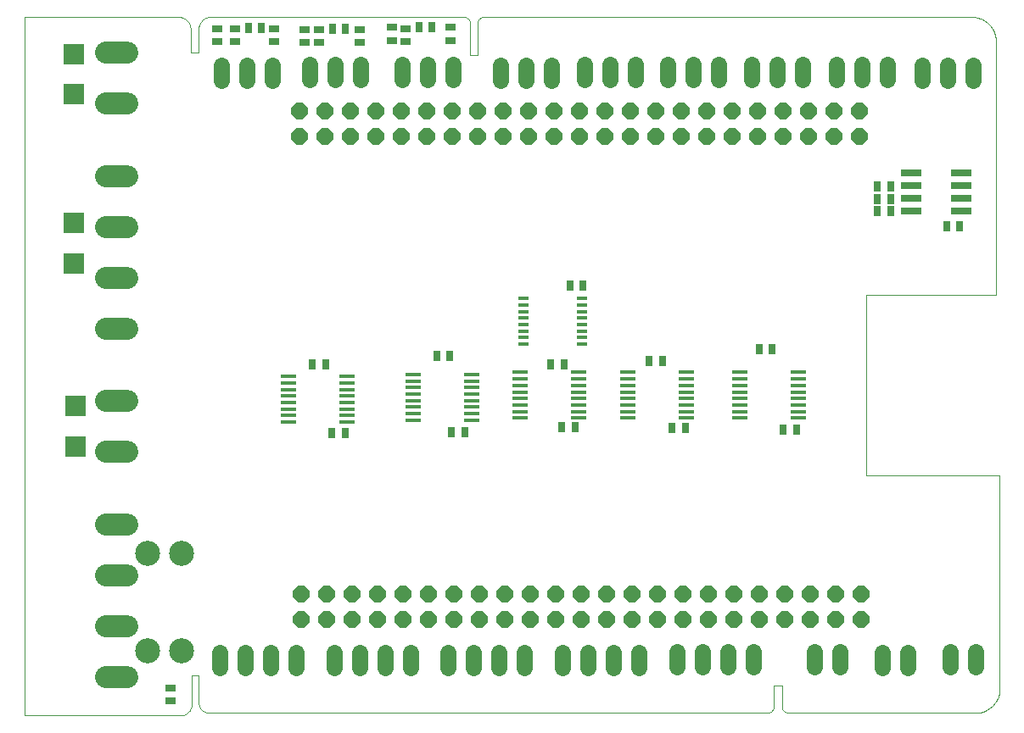
<source format=gbs>
G75*
G70*
%OFA0B0*%
%FSLAX24Y24*%
%IPPOS*%
%LPD*%
%AMOC8*
5,1,8,0,0,1.08239X$1,22.5*
%
%ADD10C,0.0000*%
%ADD11OC8,0.0640*%
%ADD12R,0.0620X0.0180*%
%ADD13R,0.0430X0.0160*%
%ADD14R,0.0394X0.0316*%
%ADD15R,0.0316X0.0394*%
%ADD16C,0.0640*%
%ADD17C,0.0865*%
%ADD18R,0.0827X0.0827*%
%ADD19R,0.0820X0.0250*%
%ADD20C,0.0985*%
D10*
X000474Y003346D02*
X006615Y003346D01*
X006616Y003346D02*
X006657Y003350D01*
X006699Y003358D01*
X006739Y003369D01*
X006778Y003384D01*
X006815Y003403D01*
X006851Y003425D01*
X006884Y003450D01*
X006915Y003478D01*
X006944Y003509D01*
X006969Y003542D01*
X006991Y003577D01*
X007010Y003615D01*
X007025Y003654D01*
X007037Y003694D01*
X007044Y003735D01*
X007048Y003777D01*
X007049Y003819D01*
X007049Y004921D01*
X007324Y004921D01*
X007324Y003858D01*
X007323Y003821D01*
X007327Y003784D01*
X007334Y003748D01*
X007344Y003713D01*
X007358Y003679D01*
X007376Y003646D01*
X007396Y003616D01*
X007419Y003587D01*
X007445Y003561D01*
X007474Y003538D01*
X007504Y003517D01*
X007536Y003500D01*
X007570Y003485D01*
X007606Y003475D01*
X007642Y003467D01*
X007678Y003464D01*
X029686Y003464D01*
X029714Y003466D01*
X029742Y003471D01*
X029770Y003479D01*
X029796Y003491D01*
X029820Y003506D01*
X029842Y003523D01*
X029863Y003544D01*
X029880Y003566D01*
X029895Y003590D01*
X029907Y003616D01*
X029915Y003644D01*
X029920Y003672D01*
X029922Y003700D01*
X029923Y003700D02*
X029923Y004527D01*
X030237Y004527D01*
X030237Y003700D01*
X030238Y003700D02*
X030240Y003672D01*
X030245Y003644D01*
X030253Y003616D01*
X030265Y003590D01*
X030280Y003566D01*
X030297Y003544D01*
X030318Y003523D01*
X030340Y003506D01*
X030364Y003491D01*
X030390Y003479D01*
X030418Y003471D01*
X030446Y003466D01*
X030474Y003464D01*
X037993Y003464D01*
X037994Y003464D02*
X038052Y003475D01*
X038109Y003489D01*
X038165Y003506D01*
X038219Y003528D01*
X038273Y003552D01*
X038325Y003580D01*
X038374Y003611D01*
X038422Y003645D01*
X038468Y003682D01*
X038511Y003722D01*
X038552Y003764D01*
X038589Y003809D01*
X038624Y003856D01*
X038656Y003906D01*
X038685Y003957D01*
X038711Y004010D01*
X038733Y004064D01*
X038751Y004120D01*
X038767Y004177D01*
X038778Y004234D01*
X038786Y004292D01*
X038790Y004351D01*
X038791Y004410D01*
X038788Y004468D01*
X038781Y004527D01*
X038781Y012795D01*
X033545Y012795D01*
X033545Y019882D01*
X038663Y019882D01*
X038643Y029882D01*
X038640Y029942D01*
X038633Y030002D01*
X038622Y030062D01*
X038608Y030121D01*
X038589Y030179D01*
X038568Y030235D01*
X038543Y030291D01*
X038514Y030344D01*
X038482Y030396D01*
X038447Y030445D01*
X038409Y030492D01*
X038368Y030537D01*
X038324Y030579D01*
X038278Y030618D01*
X038229Y030654D01*
X038178Y030687D01*
X038126Y030717D01*
X038071Y030743D01*
X038015Y030766D01*
X037957Y030786D01*
X037899Y030801D01*
X037839Y030813D01*
X037779Y030822D01*
X037719Y030826D01*
X037658Y030827D01*
X037659Y030826D02*
X018545Y030826D01*
X018545Y030827D02*
X018514Y030825D01*
X018484Y030820D01*
X018454Y030812D01*
X018425Y030800D01*
X018398Y030785D01*
X018373Y030767D01*
X018350Y030746D01*
X018329Y030723D01*
X018311Y030698D01*
X018296Y030671D01*
X018284Y030642D01*
X018276Y030612D01*
X018271Y030582D01*
X018269Y030551D01*
X018269Y029330D01*
X017993Y029330D01*
X017993Y030551D01*
X017994Y030551D02*
X017992Y030582D01*
X017987Y030612D01*
X017979Y030642D01*
X017967Y030671D01*
X017952Y030698D01*
X017934Y030723D01*
X017913Y030746D01*
X017890Y030767D01*
X017865Y030785D01*
X017838Y030800D01*
X017809Y030812D01*
X017779Y030820D01*
X017749Y030825D01*
X017718Y030827D01*
X017718Y030826D02*
X007797Y030826D01*
X007756Y030824D01*
X007715Y030819D01*
X007675Y030810D01*
X007636Y030798D01*
X007598Y030782D01*
X007561Y030763D01*
X007526Y030741D01*
X007494Y030716D01*
X007463Y030688D01*
X007435Y030657D01*
X007410Y030625D01*
X007388Y030590D01*
X007369Y030553D01*
X007353Y030515D01*
X007341Y030476D01*
X007332Y030436D01*
X007327Y030395D01*
X007325Y030354D01*
X007324Y030354D02*
X007324Y029409D01*
X007009Y029409D01*
X007009Y030354D01*
X007010Y030354D02*
X007006Y030397D01*
X006999Y030439D01*
X006988Y030481D01*
X006973Y030521D01*
X006955Y030560D01*
X006934Y030597D01*
X006909Y030633D01*
X006882Y030666D01*
X006851Y030696D01*
X006819Y030724D01*
X006783Y030749D01*
X006746Y030770D01*
X006707Y030789D01*
X006667Y030804D01*
X006625Y030815D01*
X006583Y030823D01*
X006540Y030826D01*
X006497Y030827D01*
X006497Y030826D02*
X000474Y030826D01*
X000474Y003346D01*
D11*
X011340Y007137D03*
X012340Y007137D03*
X013340Y007137D03*
X014340Y007137D03*
X015340Y007137D03*
X016340Y007137D03*
X017340Y007137D03*
X018340Y007137D03*
X019340Y007137D03*
X020340Y007137D03*
X021340Y007137D03*
X022340Y007137D03*
X023340Y007137D03*
X024340Y007137D03*
X025340Y007137D03*
X026340Y007137D03*
X027340Y007137D03*
X028340Y007137D03*
X029340Y007137D03*
X030340Y007137D03*
X031340Y007137D03*
X032340Y007137D03*
X033340Y007137D03*
X033340Y008137D03*
X032340Y008137D03*
X031340Y008137D03*
X030340Y008137D03*
X029340Y008137D03*
X028340Y008137D03*
X027340Y008137D03*
X026340Y008137D03*
X025340Y008137D03*
X024340Y008137D03*
X023340Y008137D03*
X022340Y008137D03*
X021340Y008137D03*
X020340Y008137D03*
X019340Y008137D03*
X018340Y008137D03*
X017340Y008137D03*
X016340Y008137D03*
X015340Y008137D03*
X014340Y008137D03*
X013340Y008137D03*
X012340Y008137D03*
X011340Y008137D03*
X011277Y026130D03*
X012277Y026130D03*
X013277Y026130D03*
X013277Y027130D03*
X012277Y027130D03*
X011277Y027130D03*
X014277Y027130D03*
X015277Y027130D03*
X016277Y027130D03*
X017277Y027130D03*
X018277Y027130D03*
X019277Y027130D03*
X020277Y027130D03*
X021277Y027130D03*
X022277Y027130D03*
X023277Y027130D03*
X024277Y027130D03*
X025277Y027130D03*
X026277Y027130D03*
X027277Y027130D03*
X028277Y027130D03*
X029277Y027130D03*
X030277Y027130D03*
X031277Y027130D03*
X032277Y027130D03*
X033277Y027130D03*
X033277Y026130D03*
X032277Y026130D03*
X031277Y026130D03*
X030277Y026130D03*
X029277Y026130D03*
X028277Y026130D03*
X027277Y026130D03*
X026277Y026130D03*
X025277Y026130D03*
X024277Y026130D03*
X023277Y026130D03*
X022277Y026130D03*
X021277Y026130D03*
X020277Y026130D03*
X019277Y026130D03*
X018277Y026130D03*
X017277Y026130D03*
X016277Y026130D03*
X015277Y026130D03*
X014277Y026130D03*
D12*
X015741Y016766D03*
X015741Y016506D03*
X015741Y016246D03*
X015741Y015996D03*
X015741Y015736D03*
X015741Y015486D03*
X015741Y015226D03*
X015741Y014966D03*
X018041Y014966D03*
X018041Y015226D03*
X018041Y015486D03*
X018041Y015736D03*
X018041Y015996D03*
X018041Y016246D03*
X018041Y016506D03*
X018041Y016766D03*
X019954Y016845D03*
X019954Y016585D03*
X019954Y016325D03*
X019954Y016075D03*
X019954Y015815D03*
X019954Y015565D03*
X019954Y015305D03*
X019954Y015045D03*
X022254Y015045D03*
X022254Y015305D03*
X022254Y015565D03*
X022254Y015815D03*
X022254Y016075D03*
X022254Y016325D03*
X022254Y016585D03*
X022254Y016845D03*
X024166Y016845D03*
X024166Y016585D03*
X024166Y016325D03*
X024166Y016075D03*
X024166Y015815D03*
X024166Y015565D03*
X024166Y015305D03*
X024166Y015045D03*
X026466Y015045D03*
X026466Y015305D03*
X026466Y015565D03*
X026466Y015815D03*
X026466Y016075D03*
X026466Y016325D03*
X026466Y016585D03*
X026466Y016845D03*
X028576Y016845D03*
X028576Y016585D03*
X028576Y016325D03*
X028576Y016075D03*
X028576Y015815D03*
X028576Y015565D03*
X028576Y015305D03*
X028576Y015045D03*
X030876Y015045D03*
X030876Y015305D03*
X030876Y015565D03*
X030876Y015815D03*
X030876Y016075D03*
X030876Y016325D03*
X030876Y016585D03*
X030876Y016845D03*
X013159Y016687D03*
X013159Y016427D03*
X013159Y016167D03*
X013159Y015917D03*
X013159Y015657D03*
X013159Y015407D03*
X013159Y015147D03*
X013159Y014887D03*
X010859Y014887D03*
X010859Y015147D03*
X010859Y015407D03*
X010859Y015657D03*
X010859Y015917D03*
X010859Y016167D03*
X010859Y016427D03*
X010859Y016687D03*
D13*
X020073Y017962D03*
X020073Y018218D03*
X020073Y018474D03*
X020073Y018730D03*
X020073Y018986D03*
X020073Y019242D03*
X020073Y019498D03*
X020073Y019754D03*
X022370Y019754D03*
X022370Y019498D03*
X022370Y019242D03*
X022370Y018986D03*
X022370Y018730D03*
X022370Y018474D03*
X022370Y018218D03*
X022370Y017962D03*
D14*
X017206Y029901D03*
X017206Y030413D03*
X015434Y030374D03*
X015434Y029862D03*
X014923Y029901D03*
X014923Y030413D03*
X013663Y030334D03*
X013663Y029823D03*
X012049Y029823D03*
X012049Y030334D03*
X011497Y030334D03*
X011497Y029823D03*
X010277Y029862D03*
X010277Y030374D03*
X008741Y030374D03*
X008741Y029862D03*
X008033Y029862D03*
X008033Y030374D03*
X006202Y004429D03*
X006202Y003917D03*
D15*
X012564Y014460D03*
X013076Y014460D03*
X012304Y017165D03*
X011793Y017165D03*
X016674Y017480D03*
X017186Y017480D03*
X017265Y014488D03*
X017777Y014488D03*
X021163Y017165D03*
X021674Y017165D03*
X021596Y014704D03*
X022108Y014704D03*
X025021Y017283D03*
X025533Y017283D03*
X025926Y014645D03*
X026438Y014645D03*
X030297Y014606D03*
X030808Y014606D03*
X029863Y017756D03*
X029352Y017756D03*
X033997Y023208D03*
X034509Y023208D03*
X034509Y023661D03*
X033997Y023661D03*
X033997Y024173D03*
X034509Y024173D03*
X036718Y022578D03*
X037230Y022578D03*
X022423Y020275D03*
X021911Y020275D03*
X013092Y030354D03*
X012580Y030354D03*
X009785Y030393D03*
X009273Y030393D03*
X015966Y030433D03*
X016478Y030433D03*
D16*
X016300Y028961D02*
X016300Y028361D01*
X017300Y028361D02*
X017300Y028961D01*
X019198Y028922D02*
X019198Y028322D01*
X020198Y028322D02*
X020198Y028922D01*
X021198Y028922D02*
X021198Y028322D01*
X022466Y028361D02*
X022466Y028961D01*
X023466Y028961D02*
X023466Y028361D01*
X024466Y028361D02*
X024466Y028961D01*
X025734Y028961D02*
X025734Y028361D01*
X026734Y028361D02*
X026734Y028961D01*
X027734Y028961D02*
X027734Y028361D01*
X029041Y028361D02*
X029041Y028961D01*
X030041Y028961D02*
X030041Y028361D01*
X031041Y028361D02*
X031041Y028961D01*
X032387Y028961D02*
X032387Y028361D01*
X033387Y028361D02*
X033387Y028961D01*
X034387Y028961D02*
X034387Y028361D01*
X035734Y028322D02*
X035734Y028922D01*
X036734Y028922D02*
X036734Y028322D01*
X037734Y028322D02*
X037734Y028922D01*
X015300Y028961D02*
X015300Y028361D01*
X013678Y028361D02*
X013678Y028961D01*
X012678Y028961D02*
X012678Y028361D01*
X011678Y028361D02*
X011678Y028961D01*
X010214Y028922D02*
X010214Y028322D01*
X009214Y028322D02*
X009214Y028922D01*
X008214Y028922D02*
X008214Y028322D01*
X008147Y005811D02*
X008147Y005211D01*
X009147Y005211D02*
X009147Y005811D01*
X010147Y005811D02*
X010147Y005211D01*
X011147Y005211D02*
X011147Y005811D01*
X012635Y005811D02*
X012635Y005211D01*
X013635Y005211D02*
X013635Y005811D01*
X014635Y005811D02*
X014635Y005211D01*
X015635Y005211D02*
X015635Y005811D01*
X017123Y005811D02*
X017123Y005211D01*
X018123Y005211D02*
X018123Y005811D01*
X019123Y005811D02*
X019123Y005211D01*
X020123Y005211D02*
X020123Y005811D01*
X021611Y005811D02*
X021611Y005211D01*
X022611Y005211D02*
X022611Y005811D01*
X023611Y005811D02*
X023611Y005211D01*
X024611Y005211D02*
X024611Y005811D01*
X026100Y005851D02*
X026100Y005251D01*
X027100Y005251D02*
X027100Y005851D01*
X028100Y005851D02*
X028100Y005251D01*
X029100Y005251D02*
X029100Y005851D01*
X031509Y005851D02*
X031509Y005251D01*
X032509Y005251D02*
X032509Y005851D01*
X034186Y005811D02*
X034186Y005211D01*
X035186Y005211D02*
X035186Y005811D01*
X036863Y005851D02*
X036863Y005251D01*
X037863Y005251D02*
X037863Y005851D01*
D17*
X004500Y004874D02*
X003675Y004874D01*
X003675Y006874D02*
X004500Y006874D01*
X004500Y008874D02*
X003675Y008874D01*
X003675Y010874D02*
X004500Y010874D01*
X004500Y013724D02*
X003675Y013724D01*
X003675Y015724D02*
X004500Y015724D01*
X004500Y018574D02*
X003675Y018574D01*
X003675Y020574D02*
X004500Y020574D01*
X004500Y022574D02*
X003675Y022574D01*
X003675Y024574D02*
X004500Y024574D01*
X004500Y027425D02*
X003675Y027425D01*
X003675Y029425D02*
X004500Y029425D01*
D18*
X002403Y029370D03*
X002403Y027795D03*
X002403Y022716D03*
X002403Y021141D03*
X002482Y015511D03*
X002482Y013937D03*
D19*
X035330Y023187D03*
X035330Y023687D03*
X035330Y024187D03*
X035330Y024687D03*
X037270Y024687D03*
X037270Y024187D03*
X037270Y023687D03*
X037270Y023187D03*
D20*
X006655Y009730D03*
X005316Y009730D03*
X005316Y005899D03*
X006655Y005899D03*
M02*

</source>
